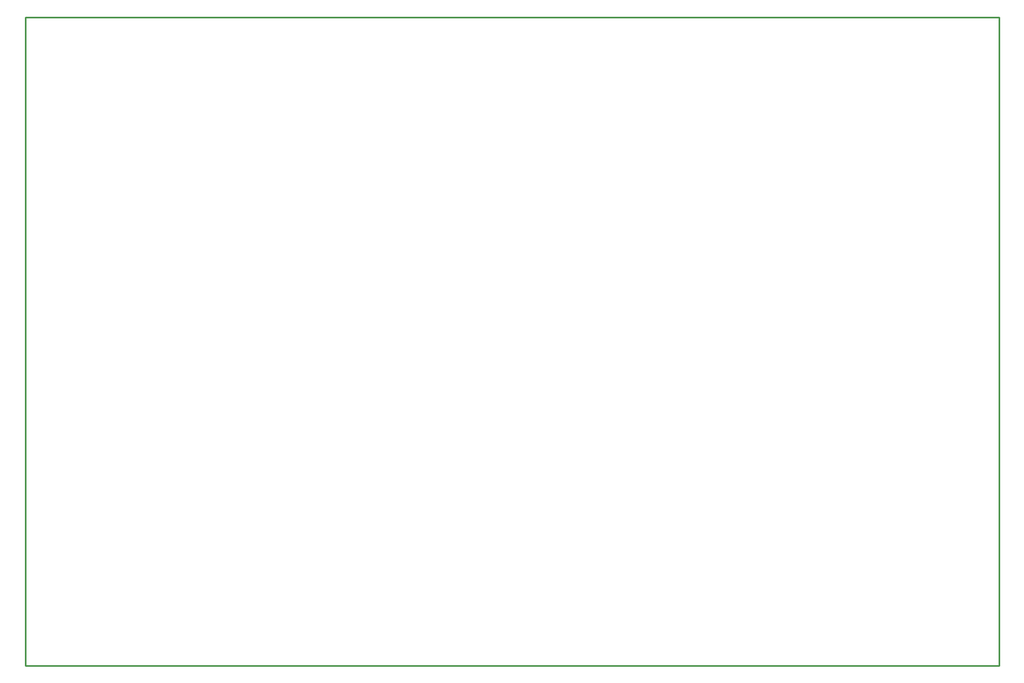
<source format=gm1>
G04*
G04 #@! TF.GenerationSoftware,Altium Limited,Altium Designer,19.1.8 (144)*
G04*
G04 Layer_Color=16711935*
%FSTAX44Y44*%
%MOMM*%
G71*
G01*
G75*
%ADD13C,0.2540*%
D13*
X00000508Y00000254D02*
Y01015492D01*
X0Y01016D02*
X00000508Y01015492D01*
X0Y01016D02*
X01524D01*
Y00000508D02*
Y01016D01*
X01523746Y00000254D02*
X01524Y00000508D01*
X00000508Y00000254D02*
X01523746D01*
M02*

</source>
